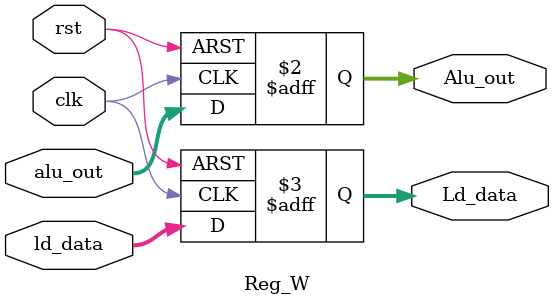
<source format=v>
module Reg_W(
    input clk,
    input rst,
    input [31:0] alu_out,
    input [31:0] ld_data,
    output reg [31:0] Alu_out,
    output reg [31:0] Ld_data
);
always @(posedge clk or posedge rst) begin
    if(rst) begin
        Alu_out <= 32'd0;
        Ld_data <= 32'd0;
    end
    else begin
        Alu_out <= alu_out;
        Ld_data <= ld_data;
    end
end

endmodule
</source>
